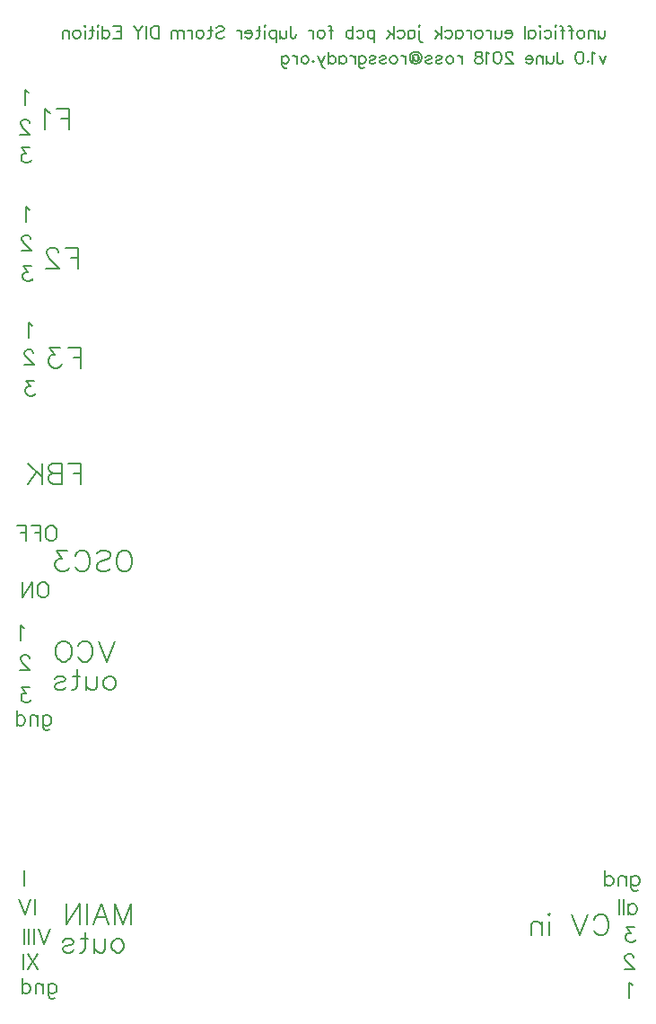
<source format=gbo>
G04 ---------------------------- Layer name :BOTTOM SILK LAYER*
G04 EasyEDA v5.6.10, Fri, 20 Jul 2018 15:00:38 GMT*
G04 107905ebd11d4209b34b6b689eea119d*
G04 Gerber Generator version 0.2*
G04 Scale: 100 percent, Rotated: No, Reflected: No *
G04 Dimensions in millimeters *
G04 leading zeros omitted , absolute positions ,3 integer and 3 decimal *
%FSLAX33Y33*%
%MOMM*%
G90*
G71D02*

%ADD23C,0.203200*%

%LPD*%
G54D23*
G01X6694Y54064D02*
G01X6830Y53996D01*
G01X6967Y53860D01*
G01X7035Y53724D01*
G01X7103Y53519D01*
G01X7103Y53178D01*
G01X7035Y52974D01*
G01X6967Y52837D01*
G01X6830Y52701D01*
G01X6694Y52633D01*
G01X6421Y52633D01*
G01X6285Y52701D01*
G01X6149Y52837D01*
G01X6080Y52974D01*
G01X6012Y53178D01*
G01X6012Y53519D01*
G01X6080Y53724D01*
G01X6149Y53860D01*
G01X6285Y53996D01*
G01X6421Y54064D01*
G01X6694Y54064D01*
G01X5562Y54064D02*
G01X5562Y52633D01*
G01X5562Y54064D02*
G01X4608Y52633D01*
G01X4608Y54064D02*
G01X4608Y52633D01*
G01X7456Y59398D02*
G01X7592Y59330D01*
G01X7729Y59194D01*
G01X7797Y59058D01*
G01X7865Y58853D01*
G01X7865Y58512D01*
G01X7797Y58308D01*
G01X7729Y58171D01*
G01X7592Y58035D01*
G01X7456Y57967D01*
G01X7183Y57967D01*
G01X7047Y58035D01*
G01X6911Y58171D01*
G01X6842Y58308D01*
G01X6774Y58512D01*
G01X6774Y58853D01*
G01X6842Y59058D01*
G01X6911Y59194D01*
G01X7047Y59330D01*
G01X7183Y59398D01*
G01X7456Y59398D01*
G01X6324Y59398D02*
G01X6324Y57967D01*
G01X6324Y59398D02*
G01X5438Y59398D01*
G01X6324Y58717D02*
G01X5779Y58717D01*
G01X4988Y59398D02*
G01X4988Y57967D01*
G01X4988Y59398D02*
G01X4101Y59398D01*
G01X4988Y58717D02*
G01X4442Y58717D01*
G01X10151Y65277D02*
G01X10151Y63337D01*
G01X10151Y65277D02*
G01X8950Y65277D01*
G01X10151Y64353D02*
G01X9412Y64353D01*
G01X8341Y65277D02*
G01X8341Y63337D01*
G01X8341Y65277D02*
G01X7509Y65277D01*
G01X7232Y65184D01*
G01X7140Y65092D01*
G01X7048Y64907D01*
G01X7048Y64722D01*
G01X7140Y64538D01*
G01X7232Y64445D01*
G01X7509Y64353D01*
G01X8341Y64353D02*
G01X7509Y64353D01*
G01X7232Y64261D01*
G01X7140Y64168D01*
G01X7048Y63984D01*
G01X7048Y63706D01*
G01X7140Y63522D01*
G01X7232Y63429D01*
G01X7509Y63337D01*
G01X8341Y63337D01*
G01X6438Y65277D02*
G01X6438Y63337D01*
G01X5145Y65277D02*
G01X6438Y63984D01*
G01X5976Y64445D02*
G01X5145Y63337D01*
G01X14423Y57022D02*
G01X14608Y56929D01*
G01X14792Y56745D01*
G01X14885Y56560D01*
G01X14977Y56283D01*
G01X14977Y55821D01*
G01X14885Y55544D01*
G01X14792Y55359D01*
G01X14608Y55174D01*
G01X14423Y55082D01*
G01X14053Y55082D01*
G01X13869Y55174D01*
G01X13684Y55359D01*
G01X13592Y55544D01*
G01X13499Y55821D01*
G01X13499Y56283D01*
G01X13592Y56560D01*
G01X13684Y56745D01*
G01X13869Y56929D01*
G01X14053Y57022D01*
G01X14423Y57022D01*
G01X11597Y56745D02*
G01X11781Y56929D01*
G01X12058Y57022D01*
G01X12428Y57022D01*
G01X12705Y56929D01*
G01X12890Y56745D01*
G01X12890Y56560D01*
G01X12797Y56375D01*
G01X12705Y56283D01*
G01X12520Y56190D01*
G01X11966Y56006D01*
G01X11781Y55913D01*
G01X11689Y55821D01*
G01X11597Y55636D01*
G01X11597Y55359D01*
G01X11781Y55174D01*
G01X12058Y55082D01*
G01X12428Y55082D01*
G01X12705Y55174D01*
G01X12890Y55359D01*
G01X9601Y56560D02*
G01X9694Y56745D01*
G01X9879Y56929D01*
G01X10063Y57022D01*
G01X10433Y57022D01*
G01X10617Y56929D01*
G01X10802Y56745D01*
G01X10895Y56560D01*
G01X10987Y56283D01*
G01X10987Y55821D01*
G01X10895Y55544D01*
G01X10802Y55359D01*
G01X10617Y55174D01*
G01X10433Y55082D01*
G01X10063Y55082D01*
G01X9879Y55174D01*
G01X9694Y55359D01*
G01X9601Y55544D01*
G01X8807Y57022D02*
G01X7791Y57022D01*
G01X8345Y56283D01*
G01X8068Y56283D01*
G01X7884Y56190D01*
G01X7791Y56098D01*
G01X7699Y55821D01*
G01X7699Y55636D01*
G01X7791Y55359D01*
G01X7976Y55174D01*
G01X8253Y55082D01*
G01X8530Y55082D01*
G01X8807Y55174D01*
G01X8900Y55267D01*
G01X8992Y55451D01*
G01X5198Y100210D02*
G01X5062Y100278D01*
G01X4857Y100483D01*
G01X4857Y99051D01*
G01X5257Y97348D02*
G01X5257Y97416D01*
G01X5189Y97553D01*
G01X5120Y97621D01*
G01X4984Y97689D01*
G01X4711Y97689D01*
G01X4575Y97621D01*
G01X4507Y97553D01*
G01X4439Y97416D01*
G01X4439Y97280D01*
G01X4507Y97144D01*
G01X4643Y96939D01*
G01X5325Y96257D01*
G01X4371Y96257D01*
G01X5316Y95022D02*
G01X4566Y95022D01*
G01X4975Y94477D01*
G01X4770Y94477D01*
G01X4634Y94408D01*
G01X4566Y94340D01*
G01X4498Y94136D01*
G01X4498Y93999D01*
G01X4566Y93795D01*
G01X4702Y93658D01*
G01X4907Y93590D01*
G01X5111Y93590D01*
G01X5316Y93658D01*
G01X5384Y93727D01*
G01X5452Y93863D01*
G01X5325Y89161D02*
G01X5189Y89229D01*
G01X4984Y89434D01*
G01X4984Y88002D01*
G01X5384Y86426D02*
G01X5384Y86494D01*
G01X5316Y86631D01*
G01X5247Y86699D01*
G01X5111Y86767D01*
G01X4838Y86767D01*
G01X4702Y86699D01*
G01X4634Y86631D01*
G01X4566Y86494D01*
G01X4566Y86358D01*
G01X4634Y86222D01*
G01X4770Y86017D01*
G01X5452Y85335D01*
G01X4498Y85335D01*
G01X5443Y83846D02*
G01X4693Y83846D01*
G01X5102Y83301D01*
G01X4897Y83301D01*
G01X4761Y83232D01*
G01X4693Y83164D01*
G01X4625Y82960D01*
G01X4625Y82823D01*
G01X4693Y82619D01*
G01X4829Y82482D01*
G01X5034Y82414D01*
G01X5238Y82414D01*
G01X5443Y82482D01*
G01X5511Y82551D01*
G01X5579Y82687D01*
G01X5579Y78239D02*
G01X5443Y78307D01*
G01X5238Y78512D01*
G01X5238Y77080D01*
G01X5638Y75631D02*
G01X5638Y75699D01*
G01X5570Y75836D01*
G01X5501Y75904D01*
G01X5365Y75972D01*
G01X5092Y75972D01*
G01X4956Y75904D01*
G01X4888Y75836D01*
G01X4820Y75699D01*
G01X4820Y75563D01*
G01X4888Y75427D01*
G01X5024Y75222D01*
G01X5706Y74540D01*
G01X4752Y74540D01*
G01X5697Y73051D02*
G01X4947Y73051D01*
G01X5356Y72506D01*
G01X5151Y72506D01*
G01X5015Y72437D01*
G01X4947Y72369D01*
G01X4879Y72165D01*
G01X4879Y72028D01*
G01X4947Y71824D01*
G01X5083Y71687D01*
G01X5288Y71619D01*
G01X5492Y71619D01*
G01X5697Y71687D01*
G01X5765Y71756D01*
G01X5833Y71892D01*
G01X9008Y98678D02*
G01X9008Y96738D01*
G01X9008Y98678D02*
G01X7807Y98678D01*
G01X9008Y97754D02*
G01X8269Y97754D01*
G01X7198Y98308D02*
G01X7013Y98401D01*
G01X6736Y98678D01*
G01X6736Y96738D01*
G01X9897Y85597D02*
G01X9897Y83657D01*
G01X9897Y85597D02*
G01X8696Y85597D01*
G01X9897Y84673D02*
G01X9158Y84673D01*
G01X7994Y85135D02*
G01X7994Y85227D01*
G01X7902Y85412D01*
G01X7810Y85504D01*
G01X7625Y85597D01*
G01X7255Y85597D01*
G01X7071Y85504D01*
G01X6978Y85412D01*
G01X6886Y85227D01*
G01X6886Y85042D01*
G01X6978Y84858D01*
G01X7163Y84581D01*
G01X8087Y83657D01*
G01X6794Y83657D01*
G01X10151Y76199D02*
G01X10151Y74259D01*
G01X10151Y76199D02*
G01X8950Y76199D01*
G01X10151Y75275D02*
G01X9412Y75275D01*
G01X8156Y76199D02*
G01X7140Y76199D01*
G01X7694Y75460D01*
G01X7417Y75460D01*
G01X7232Y75367D01*
G01X7140Y75275D01*
G01X7048Y74998D01*
G01X7048Y74813D01*
G01X7140Y74536D01*
G01X7325Y74351D01*
G01X7602Y74259D01*
G01X7879Y74259D01*
G01X8156Y74351D01*
G01X8248Y74444D01*
G01X8341Y74628D01*
G01X4817Y49728D02*
G01X4681Y49796D01*
G01X4476Y50000D01*
G01X4476Y48569D01*
G01X5257Y46866D02*
G01X5257Y46934D01*
G01X5189Y47070D01*
G01X5120Y47138D01*
G01X4984Y47206D01*
G01X4711Y47206D01*
G01X4575Y47138D01*
G01X4507Y47070D01*
G01X4439Y46934D01*
G01X4439Y46797D01*
G01X4507Y46661D01*
G01X4643Y46456D01*
G01X5325Y45775D01*
G01X4371Y45775D01*
G01X5316Y44158D02*
G01X4566Y44158D01*
G01X4975Y43613D01*
G01X4770Y43613D01*
G01X4634Y43545D01*
G01X4566Y43477D01*
G01X4498Y43272D01*
G01X4498Y43136D01*
G01X4566Y42931D01*
G01X4702Y42795D01*
G01X4907Y42727D01*
G01X5111Y42727D01*
G01X5316Y42795D01*
G01X5384Y42863D01*
G01X5452Y42999D01*
G01X6539Y41522D02*
G01X6539Y40431D01*
G01X6607Y40227D01*
G01X6675Y40159D01*
G01X6812Y40090D01*
G01X7016Y40090D01*
G01X7152Y40159D01*
G01X6539Y41318D02*
G01X6675Y41454D01*
G01X6812Y41522D01*
G01X7016Y41522D01*
G01X7152Y41454D01*
G01X7289Y41318D01*
G01X7357Y41113D01*
G01X7357Y40977D01*
G01X7289Y40772D01*
G01X7152Y40636D01*
G01X7016Y40568D01*
G01X6812Y40568D01*
G01X6675Y40636D01*
G01X6539Y40772D01*
G01X6089Y41522D02*
G01X6089Y40568D01*
G01X6089Y41249D02*
G01X5884Y41454D01*
G01X5748Y41522D01*
G01X5543Y41522D01*
G01X5407Y41454D01*
G01X5339Y41249D01*
G01X5339Y40568D01*
G01X4071Y41999D02*
G01X4071Y40568D01*
G01X4071Y41318D02*
G01X4207Y41454D01*
G01X4343Y41522D01*
G01X4548Y41522D01*
G01X4684Y41454D01*
G01X4821Y41318D01*
G01X4889Y41113D01*
G01X4889Y40977D01*
G01X4821Y40772D01*
G01X4684Y40636D01*
G01X4548Y40568D01*
G01X4343Y40568D01*
G01X4207Y40636D01*
G01X4071Y40772D01*
G01X4817Y26886D02*
G01X4817Y25455D01*
G01X5833Y24219D02*
G01X5833Y22788D01*
G01X5383Y24219D02*
G01X4838Y22788D01*
G01X4292Y24219D02*
G01X4838Y22788D01*
G01X7230Y21425D02*
G01X6685Y19994D01*
G01X6139Y21425D02*
G01X6685Y19994D01*
G01X5689Y21425D02*
G01X5689Y19994D01*
G01X5239Y21425D02*
G01X5239Y19994D01*
G01X4789Y21425D02*
G01X4789Y19994D01*
G01X6087Y19012D02*
G01X5133Y17581D01*
G01X5133Y19012D02*
G01X6087Y17581D01*
G01X4682Y19012D02*
G01X4682Y17581D01*
G01X7047Y16249D02*
G01X7047Y15158D01*
G01X7115Y14954D01*
G01X7183Y14886D01*
G01X7320Y14817D01*
G01X7524Y14817D01*
G01X7660Y14886D01*
G01X7047Y16045D02*
G01X7183Y16181D01*
G01X7320Y16249D01*
G01X7524Y16249D01*
G01X7660Y16181D01*
G01X7797Y16045D01*
G01X7865Y15840D01*
G01X7865Y15704D01*
G01X7797Y15499D01*
G01X7660Y15363D01*
G01X7524Y15295D01*
G01X7320Y15295D01*
G01X7183Y15363D01*
G01X7047Y15499D01*
G01X6597Y16249D02*
G01X6597Y15295D01*
G01X6597Y15976D02*
G01X6392Y16181D01*
G01X6256Y16249D01*
G01X6051Y16249D01*
G01X5915Y16181D01*
G01X5847Y15976D01*
G01X5847Y15295D01*
G01X4579Y16726D02*
G01X4579Y15295D01*
G01X4579Y16045D02*
G01X4715Y16181D01*
G01X4851Y16249D01*
G01X5056Y16249D01*
G01X5192Y16181D01*
G01X5329Y16045D01*
G01X5397Y15840D01*
G01X5397Y15704D01*
G01X5329Y15499D01*
G01X5192Y15363D01*
G01X5056Y15295D01*
G01X4851Y15295D01*
G01X4715Y15363D01*
G01X4579Y15499D01*
G01X62038Y26409D02*
G01X62038Y25318D01*
G01X62106Y25114D01*
G01X62174Y25046D01*
G01X62311Y24977D01*
G01X62515Y24977D01*
G01X62651Y25046D01*
G01X62038Y26205D02*
G01X62174Y26341D01*
G01X62311Y26409D01*
G01X62515Y26409D01*
G01X62651Y26341D01*
G01X62788Y26205D01*
G01X62856Y26000D01*
G01X62856Y25864D01*
G01X62788Y25659D01*
G01X62651Y25523D01*
G01X62515Y25455D01*
G01X62311Y25455D01*
G01X62174Y25523D01*
G01X62038Y25659D01*
G01X61588Y26409D02*
G01X61588Y25455D01*
G01X61588Y26136D02*
G01X61383Y26341D01*
G01X61247Y26409D01*
G01X61042Y26409D01*
G01X60906Y26341D01*
G01X60838Y26136D01*
G01X60838Y25455D01*
G01X59570Y26886D02*
G01X59570Y25455D01*
G01X59570Y26205D02*
G01X59706Y26341D01*
G01X59842Y26409D01*
G01X60047Y26409D01*
G01X60183Y26341D01*
G01X60320Y26205D01*
G01X60388Y26000D01*
G01X60388Y25864D01*
G01X60320Y25659D01*
G01X60183Y25523D01*
G01X60047Y25455D01*
G01X59842Y25455D01*
G01X59706Y25523D01*
G01X59570Y25659D01*
G01X61784Y23742D02*
G01X61784Y22788D01*
G01X61784Y23538D02*
G01X61920Y23674D01*
G01X62057Y23742D01*
G01X62261Y23742D01*
G01X62397Y23674D01*
G01X62534Y23538D01*
G01X62602Y23333D01*
G01X62602Y23197D01*
G01X62534Y22992D01*
G01X62397Y22856D01*
G01X62261Y22788D01*
G01X62057Y22788D01*
G01X61920Y22856D01*
G01X61784Y22992D01*
G01X61334Y24219D02*
G01X61334Y22788D01*
G01X60884Y24219D02*
G01X60884Y22788D01*
G01X62339Y21552D02*
G01X61589Y21552D01*
G01X61998Y21007D01*
G01X61793Y21007D01*
G01X61657Y20939D01*
G01X61589Y20871D01*
G01X61521Y20666D01*
G01X61521Y20530D01*
G01X61589Y20325D01*
G01X61725Y20189D01*
G01X61930Y20121D01*
G01X62134Y20121D01*
G01X62339Y20189D01*
G01X62407Y20257D01*
G01X62475Y20393D01*
G01X62280Y18672D02*
G01X62280Y18740D01*
G01X62212Y18876D01*
G01X62143Y18944D01*
G01X62007Y19012D01*
G01X61734Y19012D01*
G01X61598Y18944D01*
G01X61530Y18876D01*
G01X61462Y18740D01*
G01X61462Y18603D01*
G01X61530Y18467D01*
G01X61666Y18262D01*
G01X62348Y17581D01*
G01X61394Y17581D01*
G01X62221Y16073D02*
G01X62085Y16141D01*
G01X61880Y16345D01*
G01X61880Y14914D01*
G01X13326Y48513D02*
G01X12587Y46573D01*
G01X11848Y48513D02*
G01X12587Y46573D01*
G01X9853Y48051D02*
G01X9946Y48236D01*
G01X10130Y48420D01*
G01X10315Y48513D01*
G01X10684Y48513D01*
G01X10869Y48420D01*
G01X11054Y48236D01*
G01X11146Y48051D01*
G01X11239Y47774D01*
G01X11239Y47312D01*
G01X11146Y47035D01*
G01X11054Y46850D01*
G01X10869Y46665D01*
G01X10684Y46573D01*
G01X10315Y46573D01*
G01X10130Y46665D01*
G01X9946Y46850D01*
G01X9853Y47035D01*
G01X8689Y48513D02*
G01X8874Y48420D01*
G01X9059Y48236D01*
G01X9151Y48051D01*
G01X9244Y47774D01*
G01X9244Y47312D01*
G01X9151Y47035D01*
G01X9059Y46850D01*
G01X8874Y46665D01*
G01X8689Y46573D01*
G01X8320Y46573D01*
G01X8135Y46665D01*
G01X7950Y46850D01*
G01X7858Y47035D01*
G01X7766Y47312D01*
G01X7766Y47774D01*
G01X7858Y48051D01*
G01X7950Y48236D01*
G01X8135Y48420D01*
G01X8320Y48513D01*
G01X8689Y48513D01*
G01X14850Y23748D02*
G01X14850Y21808D01*
G01X14850Y23748D02*
G01X14111Y21808D01*
G01X13372Y23748D02*
G01X14111Y21808D01*
G01X13372Y23748D02*
G01X13372Y21808D01*
G01X12024Y23748D02*
G01X12763Y21808D01*
G01X12024Y23748D02*
G01X11285Y21808D01*
G01X12486Y22455D02*
G01X11562Y22455D01*
G01X10675Y23748D02*
G01X10675Y21808D01*
G01X10066Y23748D02*
G01X10066Y21808D01*
G01X10066Y23748D02*
G01X8773Y21808D01*
G01X8773Y23748D02*
G01X8773Y21808D01*
G01X58550Y22270D02*
G01X58642Y22455D01*
G01X58827Y22639D01*
G01X59011Y22732D01*
G01X59381Y22732D01*
G01X59566Y22639D01*
G01X59750Y22455D01*
G01X59843Y22270D01*
G01X59935Y21993D01*
G01X59935Y21531D01*
G01X59843Y21254D01*
G01X59750Y21069D01*
G01X59566Y20884D01*
G01X59381Y20792D01*
G01X59011Y20792D01*
G01X58827Y20884D01*
G01X58642Y21069D01*
G01X58550Y21254D01*
G01X57940Y22732D02*
G01X57201Y20792D01*
G01X56462Y22732D02*
G01X57201Y20792D01*
G01X54430Y22732D02*
G01X54338Y22639D01*
G01X54245Y22732D01*
G01X54338Y22824D01*
G01X54430Y22732D01*
G01X54338Y22085D02*
G01X54338Y20792D01*
G01X53636Y22085D02*
G01X53636Y20792D01*
G01X53636Y21716D02*
G01X53359Y21993D01*
G01X53174Y22085D01*
G01X52897Y22085D01*
G01X52712Y21993D01*
G01X52620Y21716D01*
G01X52620Y20792D01*
G01X12991Y45199D02*
G01X13176Y45107D01*
G01X13361Y44922D01*
G01X13453Y44645D01*
G01X13453Y44460D01*
G01X13361Y44183D01*
G01X13176Y43998D01*
G01X12991Y43906D01*
G01X12714Y43906D01*
G01X12529Y43998D01*
G01X12345Y44183D01*
G01X12252Y44460D01*
G01X12252Y44645D01*
G01X12345Y44922D01*
G01X12529Y45107D01*
G01X12714Y45199D01*
G01X12991Y45199D01*
G01X11643Y45199D02*
G01X11643Y44275D01*
G01X11550Y43998D01*
G01X11366Y43906D01*
G01X11089Y43906D01*
G01X10904Y43998D01*
G01X10627Y44275D01*
G01X10627Y45199D02*
G01X10627Y43906D01*
G01X9740Y45846D02*
G01X9740Y44275D01*
G01X9648Y43998D01*
G01X9463Y43906D01*
G01X9278Y43906D01*
G01X10017Y45199D02*
G01X9371Y45199D01*
G01X7653Y44922D02*
G01X7745Y45107D01*
G01X8022Y45199D01*
G01X8299Y45199D01*
G01X8576Y45107D01*
G01X8669Y44922D01*
G01X8576Y44737D01*
G01X8392Y44645D01*
G01X7930Y44553D01*
G01X7745Y44460D01*
G01X7653Y44275D01*
G01X7653Y44183D01*
G01X7745Y43998D01*
G01X8022Y43906D01*
G01X8299Y43906D01*
G01X8576Y43998D01*
G01X8669Y44183D01*
G01X13753Y20434D02*
G01X13938Y20342D01*
G01X14123Y20157D01*
G01X14215Y19880D01*
G01X14215Y19695D01*
G01X14123Y19418D01*
G01X13938Y19233D01*
G01X13753Y19141D01*
G01X13476Y19141D01*
G01X13291Y19233D01*
G01X13107Y19418D01*
G01X13014Y19695D01*
G01X13014Y19880D01*
G01X13107Y20157D01*
G01X13291Y20342D01*
G01X13476Y20434D01*
G01X13753Y20434D01*
G01X12405Y20434D02*
G01X12405Y19510D01*
G01X12312Y19233D01*
G01X12128Y19141D01*
G01X11851Y19141D01*
G01X11666Y19233D01*
G01X11389Y19510D01*
G01X11389Y20434D02*
G01X11389Y19141D01*
G01X10502Y21081D02*
G01X10502Y19510D01*
G01X10410Y19233D01*
G01X10225Y19141D01*
G01X10040Y19141D01*
G01X10779Y20434D02*
G01X10133Y20434D01*
G01X8415Y20157D02*
G01X8507Y20342D01*
G01X8784Y20434D01*
G01X9061Y20434D01*
G01X9338Y20342D01*
G01X9431Y20157D01*
G01X9338Y19972D01*
G01X9154Y19880D01*
G01X8692Y19788D01*
G01X8507Y19695D01*
G01X8415Y19510D01*
G01X8415Y19418D01*
G01X8507Y19233D01*
G01X8784Y19141D01*
G01X9061Y19141D01*
G01X9338Y19233D01*
G01X9431Y19418D01*
G01X59554Y106097D02*
G01X59554Y105552D01*
G01X59500Y105388D01*
G01X59390Y105333D01*
G01X59227Y105333D01*
G01X59118Y105388D01*
G01X58954Y105552D01*
G01X58954Y106097D02*
G01X58954Y105333D01*
G01X58594Y106097D02*
G01X58594Y105333D01*
G01X58594Y105879D02*
G01X58430Y106042D01*
G01X58321Y106097D01*
G01X58158Y106097D01*
G01X58049Y106042D01*
G01X57994Y105879D01*
G01X57994Y105333D01*
G01X57361Y106097D02*
G01X57470Y106042D01*
G01X57579Y105933D01*
G01X57634Y105770D01*
G01X57634Y105661D01*
G01X57579Y105497D01*
G01X57470Y105388D01*
G01X57361Y105333D01*
G01X57198Y105333D01*
G01X57089Y105388D01*
G01X56979Y105497D01*
G01X56925Y105661D01*
G01X56925Y105770D01*
G01X56979Y105933D01*
G01X57089Y106042D01*
G01X57198Y106097D01*
G01X57361Y106097D01*
G01X56129Y106479D02*
G01X56238Y106479D01*
G01X56347Y106424D01*
G01X56401Y106261D01*
G01X56401Y105333D01*
G01X56565Y106097D02*
G01X56183Y106097D01*
G01X55332Y106479D02*
G01X55441Y106479D01*
G01X55550Y106424D01*
G01X55605Y106261D01*
G01X55605Y105333D01*
G01X55769Y106097D02*
G01X55387Y106097D01*
G01X54972Y106479D02*
G01X54918Y106424D01*
G01X54863Y106479D01*
G01X54918Y106533D01*
G01X54972Y106479D01*
G01X54918Y106097D02*
G01X54918Y105333D01*
G01X53849Y105933D02*
G01X53958Y106042D01*
G01X54067Y106097D01*
G01X54230Y106097D01*
G01X54339Y106042D01*
G01X54449Y105933D01*
G01X54503Y105770D01*
G01X54503Y105661D01*
G01X54449Y105497D01*
G01X54339Y105388D01*
G01X54230Y105333D01*
G01X54067Y105333D01*
G01X53958Y105388D01*
G01X53849Y105497D01*
G01X53489Y106479D02*
G01X53434Y106424D01*
G01X53380Y106479D01*
G01X53434Y106533D01*
G01X53489Y106479D01*
G01X53434Y106097D02*
G01X53434Y105333D01*
G01X52365Y106097D02*
G01X52365Y105333D01*
G01X52365Y105933D02*
G01X52474Y106042D01*
G01X52583Y106097D01*
G01X52747Y106097D01*
G01X52856Y106042D01*
G01X52965Y105933D01*
G01X53020Y105770D01*
G01X53020Y105661D01*
G01X52965Y105497D01*
G01X52856Y105388D01*
G01X52747Y105333D01*
G01X52583Y105333D01*
G01X52474Y105388D01*
G01X52365Y105497D01*
G01X52005Y106479D02*
G01X52005Y105333D01*
G01X50805Y105770D02*
G01X50150Y105770D01*
G01X50150Y105879D01*
G01X50205Y105988D01*
G01X50260Y106042D01*
G01X50369Y106097D01*
G01X50532Y106097D01*
G01X50641Y106042D01*
G01X50750Y105933D01*
G01X50805Y105770D01*
G01X50805Y105661D01*
G01X50750Y105497D01*
G01X50641Y105388D01*
G01X50532Y105333D01*
G01X50369Y105333D01*
G01X50260Y105388D01*
G01X50150Y105497D01*
G01X49790Y106097D02*
G01X49790Y105552D01*
G01X49736Y105388D01*
G01X49627Y105333D01*
G01X49463Y105333D01*
G01X49354Y105388D01*
G01X49190Y105552D01*
G01X49190Y106097D02*
G01X49190Y105333D01*
G01X48830Y106097D02*
G01X48830Y105333D01*
G01X48830Y105770D02*
G01X48776Y105933D01*
G01X48667Y106042D01*
G01X48558Y106097D01*
G01X48394Y106097D01*
G01X47761Y106097D02*
G01X47870Y106042D01*
G01X47980Y105933D01*
G01X48034Y105770D01*
G01X48034Y105661D01*
G01X47980Y105497D01*
G01X47870Y105388D01*
G01X47761Y105333D01*
G01X47598Y105333D01*
G01X47489Y105388D01*
G01X47380Y105497D01*
G01X47325Y105661D01*
G01X47325Y105770D01*
G01X47380Y105933D01*
G01X47489Y106042D01*
G01X47598Y106097D01*
G01X47761Y106097D01*
G01X46965Y106097D02*
G01X46965Y105333D01*
G01X46965Y105770D02*
G01X46910Y105933D01*
G01X46801Y106042D01*
G01X46692Y106097D01*
G01X46529Y106097D01*
G01X45514Y106097D02*
G01X45514Y105333D01*
G01X45514Y105933D02*
G01X45623Y106042D01*
G01X45732Y106097D01*
G01X45896Y106097D01*
G01X46005Y106042D01*
G01X46114Y105933D01*
G01X46169Y105770D01*
G01X46169Y105661D01*
G01X46114Y105497D01*
G01X46005Y105388D01*
G01X45896Y105333D01*
G01X45732Y105333D01*
G01X45623Y105388D01*
G01X45514Y105497D01*
G01X44500Y105933D02*
G01X44609Y106042D01*
G01X44718Y106097D01*
G01X44881Y106097D01*
G01X44990Y106042D01*
G01X45100Y105933D01*
G01X45154Y105770D01*
G01X45154Y105661D01*
G01X45100Y105497D01*
G01X44990Y105388D01*
G01X44881Y105333D01*
G01X44718Y105333D01*
G01X44609Y105388D01*
G01X44500Y105497D01*
G01X44140Y106479D02*
G01X44140Y105333D01*
G01X43594Y106097D02*
G01X44140Y105552D01*
G01X43921Y105770D02*
G01X43540Y105333D01*
G01X42121Y106479D02*
G01X42067Y106424D01*
G01X42012Y106479D01*
G01X42067Y106533D01*
G01X42121Y106479D01*
G01X42067Y106097D02*
G01X42067Y105170D01*
G01X42121Y105006D01*
G01X42230Y104952D01*
G01X42340Y104952D01*
G01X40998Y106097D02*
G01X40998Y105333D01*
G01X40998Y105933D02*
G01X41107Y106042D01*
G01X41216Y106097D01*
G01X41380Y106097D01*
G01X41489Y106042D01*
G01X41598Y105933D01*
G01X41652Y105770D01*
G01X41652Y105661D01*
G01X41598Y105497D01*
G01X41489Y105388D01*
G01X41380Y105333D01*
G01X41216Y105333D01*
G01X41107Y105388D01*
G01X40998Y105497D01*
G01X39983Y105933D02*
G01X40092Y106042D01*
G01X40201Y106097D01*
G01X40365Y106097D01*
G01X40474Y106042D01*
G01X40583Y105933D01*
G01X40638Y105770D01*
G01X40638Y105661D01*
G01X40583Y105497D01*
G01X40474Y105388D01*
G01X40365Y105333D01*
G01X40201Y105333D01*
G01X40092Y105388D01*
G01X39983Y105497D01*
G01X39623Y106479D02*
G01X39623Y105333D01*
G01X39078Y106097D02*
G01X39623Y105552D01*
G01X39405Y105770D02*
G01X39023Y105333D01*
G01X37823Y106097D02*
G01X37823Y104952D01*
G01X37823Y105933D02*
G01X37714Y106042D01*
G01X37605Y106097D01*
G01X37441Y106097D01*
G01X37332Y106042D01*
G01X37223Y105933D01*
G01X37169Y105770D01*
G01X37169Y105661D01*
G01X37223Y105497D01*
G01X37332Y105388D01*
G01X37441Y105333D01*
G01X37605Y105333D01*
G01X37714Y105388D01*
G01X37823Y105497D01*
G01X36154Y105933D02*
G01X36263Y106042D01*
G01X36372Y106097D01*
G01X36536Y106097D01*
G01X36645Y106042D01*
G01X36754Y105933D01*
G01X36809Y105770D01*
G01X36809Y105661D01*
G01X36754Y105497D01*
G01X36645Y105388D01*
G01X36536Y105333D01*
G01X36372Y105333D01*
G01X36263Y105388D01*
G01X36154Y105497D01*
G01X35794Y106479D02*
G01X35794Y105333D01*
G01X35794Y105933D02*
G01X35685Y106042D01*
G01X35576Y106097D01*
G01X35412Y106097D01*
G01X35303Y106042D01*
G01X35194Y105933D01*
G01X35140Y105770D01*
G01X35140Y105661D01*
G01X35194Y105497D01*
G01X35303Y105388D01*
G01X35412Y105333D01*
G01X35576Y105333D01*
G01X35685Y105388D01*
G01X35794Y105497D01*
G01X33503Y106479D02*
G01X33612Y106479D01*
G01X33721Y106424D01*
G01X33776Y106261D01*
G01X33776Y105333D01*
G01X33940Y106097D02*
G01X33558Y106097D01*
G01X32870Y106097D02*
G01X32980Y106042D01*
G01X33089Y105933D01*
G01X33143Y105770D01*
G01X33143Y105661D01*
G01X33089Y105497D01*
G01X32980Y105388D01*
G01X32870Y105333D01*
G01X32707Y105333D01*
G01X32598Y105388D01*
G01X32489Y105497D01*
G01X32434Y105661D01*
G01X32434Y105770D01*
G01X32489Y105933D01*
G01X32598Y106042D01*
G01X32707Y106097D01*
G01X32870Y106097D01*
G01X32074Y106097D02*
G01X32074Y105333D01*
G01X32074Y105770D02*
G01X32020Y105933D01*
G01X31910Y106042D01*
G01X31801Y106097D01*
G01X31638Y106097D01*
G01X29892Y106479D02*
G01X29892Y105606D01*
G01X29947Y105442D01*
G01X30001Y105388D01*
G01X30110Y105333D01*
G01X30220Y105333D01*
G01X30329Y105388D01*
G01X30383Y105442D01*
G01X30438Y105606D01*
G01X30438Y105715D01*
G01X29532Y106097D02*
G01X29532Y105552D01*
G01X29478Y105388D01*
G01X29369Y105333D01*
G01X29205Y105333D01*
G01X29096Y105388D01*
G01X28932Y105552D01*
G01X28932Y106097D02*
G01X28932Y105333D01*
G01X28572Y106097D02*
G01X28572Y104952D01*
G01X28572Y105933D02*
G01X28463Y106042D01*
G01X28354Y106097D01*
G01X28190Y106097D01*
G01X28081Y106042D01*
G01X27972Y105933D01*
G01X27918Y105770D01*
G01X27918Y105661D01*
G01X27972Y105497D01*
G01X28081Y105388D01*
G01X28190Y105333D01*
G01X28354Y105333D01*
G01X28463Y105388D01*
G01X28572Y105497D01*
G01X27558Y106479D02*
G01X27503Y106424D01*
G01X27449Y106479D01*
G01X27503Y106533D01*
G01X27558Y106479D01*
G01X27503Y106097D02*
G01X27503Y105333D01*
G01X26925Y106479D02*
G01X26925Y105552D01*
G01X26870Y105388D01*
G01X26761Y105333D01*
G01X26652Y105333D01*
G01X27089Y106097D02*
G01X26707Y106097D01*
G01X26292Y105770D02*
G01X25638Y105770D01*
G01X25638Y105879D01*
G01X25692Y105988D01*
G01X25747Y106042D01*
G01X25856Y106097D01*
G01X26020Y106097D01*
G01X26129Y106042D01*
G01X26238Y105933D01*
G01X26292Y105770D01*
G01X26292Y105661D01*
G01X26238Y105497D01*
G01X26129Y105388D01*
G01X26020Y105333D01*
G01X25856Y105333D01*
G01X25747Y105388D01*
G01X25638Y105497D01*
G01X25278Y106097D02*
G01X25278Y105333D01*
G01X25278Y105770D02*
G01X25223Y105933D01*
G01X25114Y106042D01*
G01X25005Y106097D01*
G01X24841Y106097D01*
G01X22878Y106315D02*
G01X22987Y106424D01*
G01X23150Y106479D01*
G01X23369Y106479D01*
G01X23532Y106424D01*
G01X23641Y106315D01*
G01X23641Y106206D01*
G01X23587Y106097D01*
G01X23532Y106042D01*
G01X23423Y105988D01*
G01X23096Y105879D01*
G01X22987Y105824D01*
G01X22932Y105770D01*
G01X22878Y105661D01*
G01X22878Y105497D01*
G01X22987Y105388D01*
G01X23150Y105333D01*
G01X23369Y105333D01*
G01X23532Y105388D01*
G01X23641Y105497D01*
G01X22354Y106479D02*
G01X22354Y105552D01*
G01X22300Y105388D01*
G01X22190Y105333D01*
G01X22081Y105333D01*
G01X22518Y106097D02*
G01X22136Y106097D01*
G01X21449Y106097D02*
G01X21558Y106042D01*
G01X21667Y105933D01*
G01X21721Y105770D01*
G01X21721Y105661D01*
G01X21667Y105497D01*
G01X21558Y105388D01*
G01X21449Y105333D01*
G01X21285Y105333D01*
G01X21176Y105388D01*
G01X21067Y105497D01*
G01X21012Y105661D01*
G01X21012Y105770D01*
G01X21067Y105933D01*
G01X21176Y106042D01*
G01X21285Y106097D01*
G01X21449Y106097D01*
G01X20652Y106097D02*
G01X20652Y105333D01*
G01X20652Y105770D02*
G01X20598Y105933D01*
G01X20489Y106042D01*
G01X20380Y106097D01*
G01X20216Y106097D01*
G01X19856Y106097D02*
G01X19856Y105333D01*
G01X19856Y105879D02*
G01X19692Y106042D01*
G01X19583Y106097D01*
G01X19420Y106097D01*
G01X19310Y106042D01*
G01X19256Y105879D01*
G01X19256Y105333D01*
G01X19256Y105879D02*
G01X19092Y106042D01*
G01X18983Y106097D01*
G01X18820Y106097D01*
G01X18710Y106042D01*
G01X18656Y105879D01*
G01X18656Y105333D01*
G01X17456Y106479D02*
G01X17456Y105333D01*
G01X17456Y106479D02*
G01X17074Y106479D01*
G01X16910Y106424D01*
G01X16801Y106315D01*
G01X16747Y106206D01*
G01X16692Y106042D01*
G01X16692Y105770D01*
G01X16747Y105606D01*
G01X16801Y105497D01*
G01X16910Y105388D01*
G01X17074Y105333D01*
G01X17456Y105333D01*
G01X16332Y106479D02*
G01X16332Y105333D01*
G01X15972Y106479D02*
G01X15536Y105933D01*
G01X15536Y105333D01*
G01X15100Y106479D02*
G01X15536Y105933D01*
G01X13900Y106479D02*
G01X13900Y105333D01*
G01X13900Y106479D02*
G01X13191Y106479D01*
G01X13900Y105933D02*
G01X13463Y105933D01*
G01X13900Y105333D02*
G01X13191Y105333D01*
G01X12176Y106479D02*
G01X12176Y105333D01*
G01X12176Y105933D02*
G01X12285Y106042D01*
G01X12394Y106097D01*
G01X12558Y106097D01*
G01X12667Y106042D01*
G01X12776Y105933D01*
G01X12830Y105770D01*
G01X12830Y105661D01*
G01X12776Y105497D01*
G01X12667Y105388D01*
G01X12558Y105333D01*
G01X12394Y105333D01*
G01X12285Y105388D01*
G01X12176Y105497D01*
G01X11816Y106479D02*
G01X11761Y106424D01*
G01X11707Y106479D01*
G01X11761Y106533D01*
G01X11816Y106479D01*
G01X11761Y106097D02*
G01X11761Y105333D01*
G01X11183Y106479D02*
G01X11183Y105552D01*
G01X11129Y105388D01*
G01X11020Y105333D01*
G01X10911Y105333D01*
G01X11347Y106097D02*
G01X10965Y106097D01*
G01X10551Y106479D02*
G01X10496Y106424D01*
G01X10441Y106479D01*
G01X10496Y106533D01*
G01X10551Y106479D01*
G01X10496Y106097D02*
G01X10496Y105333D01*
G01X9809Y106097D02*
G01X9918Y106042D01*
G01X10027Y105933D01*
G01X10081Y105770D01*
G01X10081Y105661D01*
G01X10027Y105497D01*
G01X9918Y105388D01*
G01X9809Y105333D01*
G01X9645Y105333D01*
G01X9536Y105388D01*
G01X9427Y105497D01*
G01X9372Y105661D01*
G01X9372Y105770D01*
G01X9427Y105933D01*
G01X9536Y106042D01*
G01X9645Y106097D01*
G01X9809Y106097D01*
G01X9012Y106097D02*
G01X9012Y105333D01*
G01X9012Y105879D02*
G01X8849Y106042D01*
G01X8740Y106097D01*
G01X8576Y106097D01*
G01X8467Y106042D01*
G01X8412Y105879D01*
G01X8412Y105333D01*
G01X59681Y103684D02*
G01X59354Y102920D01*
G01X59027Y103684D02*
G01X59354Y102920D01*
G01X58666Y103848D02*
G01X58557Y103902D01*
G01X58394Y104066D01*
G01X58394Y102920D01*
G01X57979Y103193D02*
G01X58034Y103139D01*
G01X57979Y103084D01*
G01X57925Y103139D01*
G01X57979Y103193D01*
G01X57237Y104066D02*
G01X57401Y104011D01*
G01X57510Y103848D01*
G01X57565Y103575D01*
G01X57565Y103411D01*
G01X57510Y103139D01*
G01X57401Y102975D01*
G01X57237Y102920D01*
G01X57128Y102920D01*
G01X56965Y102975D01*
G01X56856Y103139D01*
G01X56801Y103411D01*
G01X56801Y103575D01*
G01X56856Y103848D01*
G01X56965Y104011D01*
G01X57128Y104066D01*
G01X57237Y104066D01*
G01X55056Y104066D02*
G01X55056Y103193D01*
G01X55110Y103029D01*
G01X55165Y102975D01*
G01X55274Y102920D01*
G01X55383Y102920D01*
G01X55492Y102975D01*
G01X55547Y103029D01*
G01X55601Y103193D01*
G01X55601Y103302D01*
G01X54696Y103684D02*
G01X54696Y103139D01*
G01X54641Y102975D01*
G01X54532Y102920D01*
G01X54368Y102920D01*
G01X54259Y102975D01*
G01X54096Y103139D01*
G01X54096Y103684D02*
G01X54096Y102920D01*
G01X53736Y103684D02*
G01X53736Y102920D01*
G01X53736Y103466D02*
G01X53572Y103629D01*
G01X53463Y103684D01*
G01X53299Y103684D01*
G01X53190Y103629D01*
G01X53136Y103466D01*
G01X53136Y102920D01*
G01X52776Y103357D02*
G01X52121Y103357D01*
G01X52121Y103466D01*
G01X52176Y103575D01*
G01X52230Y103629D01*
G01X52339Y103684D01*
G01X52503Y103684D01*
G01X52612Y103629D01*
G01X52721Y103520D01*
G01X52776Y103357D01*
G01X52776Y103248D01*
G01X52721Y103084D01*
G01X52612Y102975D01*
G01X52503Y102920D01*
G01X52339Y102920D01*
G01X52230Y102975D01*
G01X52121Y103084D01*
G01X50867Y103793D02*
G01X50867Y103848D01*
G01X50812Y103957D01*
G01X50757Y104011D01*
G01X50648Y104066D01*
G01X50430Y104066D01*
G01X50321Y104011D01*
G01X50267Y103957D01*
G01X50212Y103848D01*
G01X50212Y103739D01*
G01X50267Y103629D01*
G01X50376Y103466D01*
G01X50921Y102920D01*
G01X50157Y102920D01*
G01X49470Y104066D02*
G01X49634Y104011D01*
G01X49743Y103848D01*
G01X49797Y103575D01*
G01X49797Y103411D01*
G01X49743Y103139D01*
G01X49634Y102975D01*
G01X49470Y102920D01*
G01X49361Y102920D01*
G01X49197Y102975D01*
G01X49088Y103139D01*
G01X49034Y103411D01*
G01X49034Y103575D01*
G01X49088Y103848D01*
G01X49197Y104011D01*
G01X49361Y104066D01*
G01X49470Y104066D01*
G01X48674Y103848D02*
G01X48565Y103902D01*
G01X48401Y104066D01*
G01X48401Y102920D01*
G01X47768Y104066D02*
G01X47932Y104011D01*
G01X47987Y103902D01*
G01X47987Y103793D01*
G01X47932Y103684D01*
G01X47823Y103629D01*
G01X47605Y103575D01*
G01X47441Y103520D01*
G01X47332Y103411D01*
G01X47277Y103302D01*
G01X47277Y103139D01*
G01X47332Y103029D01*
G01X47387Y102975D01*
G01X47550Y102920D01*
G01X47768Y102920D01*
G01X47932Y102975D01*
G01X47987Y103029D01*
G01X48041Y103139D01*
G01X48041Y103302D01*
G01X47987Y103411D01*
G01X47877Y103520D01*
G01X47714Y103575D01*
G01X47496Y103629D01*
G01X47387Y103684D01*
G01X47332Y103793D01*
G01X47332Y103902D01*
G01X47387Y104011D01*
G01X47550Y104066D01*
G01X47768Y104066D01*
G01X46077Y103684D02*
G01X46077Y102920D01*
G01X46077Y103357D02*
G01X46023Y103520D01*
G01X45914Y103629D01*
G01X45805Y103684D01*
G01X45641Y103684D01*
G01X45008Y103684D02*
G01X45117Y103629D01*
G01X45227Y103520D01*
G01X45281Y103357D01*
G01X45281Y103248D01*
G01X45227Y103084D01*
G01X45117Y102975D01*
G01X45008Y102920D01*
G01X44845Y102920D01*
G01X44736Y102975D01*
G01X44627Y103084D01*
G01X44572Y103248D01*
G01X44572Y103357D01*
G01X44627Y103520D01*
G01X44736Y103629D01*
G01X44845Y103684D01*
G01X45008Y103684D01*
G01X43612Y103520D02*
G01X43667Y103629D01*
G01X43830Y103684D01*
G01X43994Y103684D01*
G01X44157Y103629D01*
G01X44212Y103520D01*
G01X44157Y103411D01*
G01X44048Y103357D01*
G01X43776Y103302D01*
G01X43667Y103248D01*
G01X43612Y103139D01*
G01X43612Y103084D01*
G01X43667Y102975D01*
G01X43830Y102920D01*
G01X43994Y102920D01*
G01X44157Y102975D01*
G01X44212Y103084D01*
G01X42652Y103520D02*
G01X42707Y103629D01*
G01X42870Y103684D01*
G01X43034Y103684D01*
G01X43197Y103629D01*
G01X43252Y103520D01*
G01X43197Y103411D01*
G01X43088Y103357D01*
G01X42816Y103302D01*
G01X42707Y103248D01*
G01X42652Y103139D01*
G01X42652Y103084D01*
G01X42707Y102975D01*
G01X42870Y102920D01*
G01X43034Y102920D01*
G01X43197Y102975D01*
G01X43252Y103084D01*
G01X41474Y103629D02*
G01X41528Y103739D01*
G01X41637Y103793D01*
G01X41801Y103793D01*
G01X41910Y103739D01*
G01X41965Y103684D01*
G01X42019Y103520D01*
G01X42019Y103357D01*
G01X41965Y103248D01*
G01X41856Y103193D01*
G01X41692Y103193D01*
G01X41583Y103248D01*
G01X41528Y103357D01*
G01X41801Y103793D02*
G01X41910Y103684D01*
G01X41965Y103520D01*
G01X41965Y103357D01*
G01X41910Y103248D01*
G01X41856Y103193D01*
G01X41474Y103793D02*
G01X41528Y103357D01*
G01X41528Y103248D01*
G01X41419Y103193D01*
G01X41310Y103193D01*
G01X41201Y103302D01*
G01X41147Y103466D01*
G01X41147Y103575D01*
G01X41201Y103739D01*
G01X41256Y103848D01*
G01X41365Y103957D01*
G01X41474Y104011D01*
G01X41637Y104066D01*
G01X41801Y104066D01*
G01X41965Y104011D01*
G01X42074Y103957D01*
G01X42183Y103848D01*
G01X42237Y103739D01*
G01X42292Y103575D01*
G01X42292Y103411D01*
G01X42237Y103248D01*
G01X42183Y103139D01*
G01X42074Y103029D01*
G01X41965Y102975D01*
G01X41801Y102920D01*
G01X41637Y102920D01*
G01X41474Y102975D01*
G01X41365Y103029D01*
G01X41310Y103084D01*
G01X41419Y103793D02*
G01X41474Y103357D01*
G01X41474Y103248D01*
G01X41419Y103193D01*
G01X40787Y103684D02*
G01X40787Y102920D01*
G01X40787Y103357D02*
G01X40732Y103520D01*
G01X40623Y103629D01*
G01X40514Y103684D01*
G01X40350Y103684D01*
G01X39717Y103684D02*
G01X39827Y103629D01*
G01X39936Y103520D01*
G01X39990Y103357D01*
G01X39990Y103248D01*
G01X39936Y103084D01*
G01X39827Y102975D01*
G01X39717Y102920D01*
G01X39554Y102920D01*
G01X39445Y102975D01*
G01X39336Y103084D01*
G01X39281Y103248D01*
G01X39281Y103357D01*
G01X39336Y103520D01*
G01X39445Y103629D01*
G01X39554Y103684D01*
G01X39717Y103684D01*
G01X38321Y103520D02*
G01X38376Y103629D01*
G01X38539Y103684D01*
G01X38703Y103684D01*
G01X38867Y103629D01*
G01X38921Y103520D01*
G01X38867Y103411D01*
G01X38757Y103357D01*
G01X38485Y103302D01*
G01X38376Y103248D01*
G01X38321Y103139D01*
G01X38321Y103084D01*
G01X38376Y102975D01*
G01X38539Y102920D01*
G01X38703Y102920D01*
G01X38867Y102975D01*
G01X38921Y103084D01*
G01X37361Y103520D02*
G01X37416Y103629D01*
G01X37579Y103684D01*
G01X37743Y103684D01*
G01X37907Y103629D01*
G01X37961Y103520D01*
G01X37907Y103411D01*
G01X37797Y103357D01*
G01X37525Y103302D01*
G01X37416Y103248D01*
G01X37361Y103139D01*
G01X37361Y103084D01*
G01X37416Y102975D01*
G01X37579Y102920D01*
G01X37743Y102920D01*
G01X37907Y102975D01*
G01X37961Y103084D01*
G01X36347Y103684D02*
G01X36347Y102811D01*
G01X36401Y102648D01*
G01X36456Y102593D01*
G01X36565Y102539D01*
G01X36728Y102539D01*
G01X36837Y102593D01*
G01X36347Y103520D02*
G01X36456Y103629D01*
G01X36565Y103684D01*
G01X36728Y103684D01*
G01X36837Y103629D01*
G01X36947Y103520D01*
G01X37001Y103357D01*
G01X37001Y103248D01*
G01X36947Y103084D01*
G01X36837Y102975D01*
G01X36728Y102920D01*
G01X36565Y102920D01*
G01X36456Y102975D01*
G01X36347Y103084D01*
G01X35987Y103684D02*
G01X35987Y102920D01*
G01X35987Y103357D02*
G01X35932Y103520D01*
G01X35823Y103629D01*
G01X35714Y103684D01*
G01X35550Y103684D01*
G01X34536Y103684D02*
G01X34536Y102920D01*
G01X34536Y103520D02*
G01X34645Y103629D01*
G01X34754Y103684D01*
G01X34917Y103684D01*
G01X35027Y103629D01*
G01X35136Y103520D01*
G01X35190Y103357D01*
G01X35190Y103248D01*
G01X35136Y103084D01*
G01X35027Y102975D01*
G01X34917Y102920D01*
G01X34754Y102920D01*
G01X34645Y102975D01*
G01X34536Y103084D01*
G01X33521Y104066D02*
G01X33521Y102920D01*
G01X33521Y103520D02*
G01X33630Y103629D01*
G01X33739Y103684D01*
G01X33903Y103684D01*
G01X34012Y103629D01*
G01X34121Y103520D01*
G01X34176Y103357D01*
G01X34176Y103248D01*
G01X34121Y103084D01*
G01X34012Y102975D01*
G01X33903Y102920D01*
G01X33739Y102920D01*
G01X33630Y102975D01*
G01X33521Y103084D01*
G01X33107Y103684D02*
G01X32779Y102920D01*
G01X32452Y103684D02*
G01X32779Y102920D01*
G01X32888Y102702D01*
G01X32997Y102593D01*
G01X33107Y102539D01*
G01X33161Y102539D01*
G01X32037Y103193D02*
G01X32092Y103139D01*
G01X32037Y103084D01*
G01X31983Y103139D01*
G01X32037Y103193D01*
G01X31350Y103684D02*
G01X31459Y103629D01*
G01X31568Y103520D01*
G01X31623Y103357D01*
G01X31623Y103248D01*
G01X31568Y103084D01*
G01X31459Y102975D01*
G01X31350Y102920D01*
G01X31187Y102920D01*
G01X31077Y102975D01*
G01X30968Y103084D01*
G01X30914Y103248D01*
G01X30914Y103357D01*
G01X30968Y103520D01*
G01X31077Y103629D01*
G01X31187Y103684D01*
G01X31350Y103684D01*
G01X30554Y103684D02*
G01X30554Y102920D01*
G01X30554Y103357D02*
G01X30499Y103520D01*
G01X30390Y103629D01*
G01X30281Y103684D01*
G01X30117Y103684D01*
G01X29103Y103684D02*
G01X29103Y102811D01*
G01X29157Y102648D01*
G01X29212Y102593D01*
G01X29321Y102539D01*
G01X29485Y102539D01*
G01X29594Y102593D01*
G01X29103Y103520D02*
G01X29212Y103629D01*
G01X29321Y103684D01*
G01X29485Y103684D01*
G01X29594Y103629D01*
G01X29703Y103520D01*
G01X29757Y103357D01*
G01X29757Y103248D01*
G01X29703Y103084D01*
G01X29594Y102975D01*
G01X29485Y102920D01*
G01X29321Y102920D01*
G01X29212Y102975D01*
G01X29103Y103084D01*
M00*
M02*

</source>
